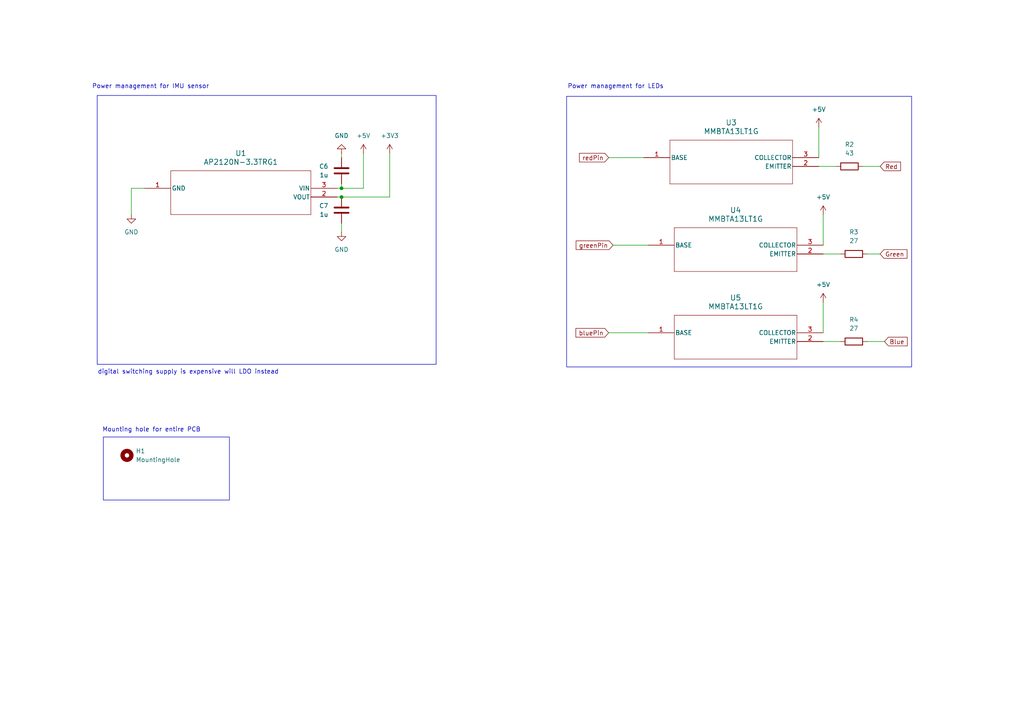
<source format=kicad_sch>
(kicad_sch (version 20231120) (generator "eeschema") (generator_version "8.0")
  (paper "A4")
  (lib_symbols
    (symbol "AP2120N_3_3TRG1:AP2120N-3.3TRG1" (pin_names (offset 0.254))
      (property "Reference" "U" (at 27.94 10.16 0))
      (property "Value" "AP2120N-3.3TRG1" (at 27.94 7.62 0))
      (symbol "AP2120N-3.3TRG1_0_1"
        (polyline (pts (xy 7.62 -7.62) (xy 48.26 -7.62)) (stroke (width 0.127)))
        (polyline (pts (xy 7.62 5.08) (xy 7.62 -7.62)) (stroke (width 0.127)))
        (polyline (pts (xy 48.26 -7.62) (xy 48.26 5.08)) (stroke (width 0.127)))
        (polyline (pts (xy 48.26 5.08) (xy 7.62 5.08)) (stroke (width 0.127)))
        (pin power_in line (at 0 0 0) (length 7.62) (name "GND") (number "1"))
        (pin output line (at 55.88 -2.54 180) (length 7.62) (name "VOUT") (number "2"))
        (pin input line (at 55.88 0 180) (length 7.62) (name "VIN") (number "3"))
      )
    )
    (symbol "Device:C" (pin_numbers hide) (pin_names (offset 0.254))
      (property "Reference" "C" (at 0.635 2.54 0))
      (property "Value" "C" (at 0.635 -2.54 0))
      (symbol "C_0_1"
        (polyline (pts (xy -2.032 -0.762) (xy 2.032 -0.762)) (stroke (width 0.508)))
        (polyline (pts (xy -2.032 0.762) (xy 2.032 0.762)) (stroke (width 0.508)))
      )
      (symbol "C_1_1"
        (pin passive line (at 0 3.81 270) (length 2.794) (name "~") (number "1"))
        (pin passive line (at 0 -3.81 90) (length 2.794) (name "~") (number "2"))
      )
    )
    (symbol "Device:R" (pin_numbers hide) (pin_names (offset 0))
      (property "Reference" "R" (at 2.032 0 90))
      (property "Value" "R" (at 0 0 90))
      (symbol "R_0_1"
        (rectangle (start -1.016 -2.54) (end 1.016 2.54) (stroke (width 0.254)))
      )
      (symbol "R_1_1"
        (pin passive line (at 0 3.81 270) (length 1.27) (name "~") (number "1"))
        (pin passive line (at 0 -3.81 90) (length 1.27) (name "~") (number "2"))
      )
    )
    (symbol "MMBTA13LT1G:MMBTA13LT1G" (pin_names (offset 0.254))
      (property "Reference" "U" (at 25.4 10.16 0))
      (property "Value" "MMBTA13LT1G" (at 25.4 7.62 0))
      (symbol "MMBTA13LT1G_0_1"
        (polyline (pts (xy 7.62 -7.62) (xy 43.18 -7.62)) (stroke (width 0.127)))
        (polyline (pts (xy 7.62 5.08) (xy 7.62 -7.62)) (stroke (width 0.127)))
        (polyline (pts (xy 43.18 -7.62) (xy 43.18 5.08)) (stroke (width 0.127)))
        (polyline (pts (xy 43.18 5.08) (xy 7.62 5.08)) (stroke (width 0.127)))
        (pin unspecified line (at 0 0 0) (length 7.62) (name "BASE") (number "1"))
        (pin unspecified line (at 50.8 -2.54 180) (length 7.62) (name "EMITTER") (number "2"))
        (pin unspecified line (at 50.8 0 180) (length 7.62) (name "COLLECTOR") (number "3"))
      )
    )
    (symbol "Mechanical:MountingHole" (pin_names (offset 1.016)) (exclude_from_sim yes) (in_bom no)
      (property "Reference" "H" (at 0 5.08 0))
      (property "Value" "MountingHole" (at 0 3.175 0))
      (symbol "MountingHole_0_1"
        (circle (center 0 0) (radius 1.27) (stroke (width 1.27)))
      )
    )
    (symbol "power:+3V3" (power) (pin_numbers hide) (pin_names (offset 0) hide)
      (property "Value" "+3V3" (at 0 3.556 0))
      (symbol "+3V3_0_1"
        (polyline (pts (xy -0.762 1.27) (xy 0 2.54)))
        (polyline (pts (xy 0 0) (xy 0 2.54)))
        (polyline (pts (xy 0 2.54) (xy 0.762 1.27)))
      )
      (symbol "+3V3_1_1"
        (pin power_in line (at 0 0 90) (length 0) (name "~") (number "1"))
      )
    )
    (symbol "power:+5V" (power) (pin_numbers hide) (pin_names (offset 0) hide)
      (property "Value" "+5V" (at 0 3.556 0))
      (symbol "+5V_0_1"
        (polyline (pts (xy -0.762 1.27) (xy 0 2.54)))
        (polyline (pts (xy 0 0) (xy 0 2.54)))
        (polyline (pts (xy 0 2.54) (xy 0.762 1.27)))
      )
      (symbol "+5V_1_1"
        (pin power_in line (at 0 0 90) (length 0) (name "~") (number "1"))
      )
    )
    (symbol "power:GND" (power) (pin_numbers hide) (pin_names (offset 0) hide)
      (property "Value" "GND" (at 0 -3.81 0))
      (symbol "GND_0_1"
        (polyline (pts (xy 0 0) (xy 0 -1.27) (xy 1.27 -1.27) (xy 0 -2.54) (xy -1.27 -1.27) (xy 0 -1.27)))
      )
      (symbol "GND_1_1"
        (pin power_in line (at 0 0 270) (length 0) (name "~") (number "1"))
      )
    )
  )
  (junction (at 99.06 54.61))
  (junction (at 99.06 57.15))
  (wire (pts (xy 97.79 57.15) (xy 99.06 57.15)))
  (wire (pts (xy 97.79 54.61) (xy 99.06 54.61)))
  (wire (pts (xy 250.19 48.26) (xy 255.27 48.26)))
  (wire (pts (xy 105.41 44.45) (xy 105.41 54.61)))
  (wire (pts (xy 177.8 71.12) (xy 187.96 71.12)))
  (wire (pts (xy 238.76 99.06) (xy 243.84 99.06)))
  (wire (pts (xy 238.76 62.23) (xy 238.76 71.12)))
  (wire (pts (xy 237.49 36.83) (xy 237.49 45.72)))
  (wire (pts (xy 99.06 64.77) (xy 99.06 67.31)))
  (wire (pts (xy 113.03 57.15) (xy 113.03 44.45)))
  (wire (pts (xy 99.06 44.45) (xy 99.06 45.72)))
  (wire (pts (xy 176.53 96.52) (xy 187.96 96.52)))
  (wire (pts (xy 237.49 48.26) (xy 242.57 48.26)))
  (wire (pts (xy 99.06 54.61) (xy 105.41 54.61)))
  (wire (pts (xy 38.1 54.61) (xy 38.1 62.23)))
  (wire (pts (xy 251.46 99.06) (xy 256.54 99.06)))
  (wire (pts (xy 99.06 57.15) (xy 113.03 57.15)))
  (wire (pts (xy 238.76 73.66) (xy 243.84 73.66)))
  (wire (pts (xy 38.1 54.61) (xy 41.91 54.61)))
  (wire (pts (xy 99.06 53.34) (xy 99.06 54.61)))
  (wire (pts (xy 238.76 87.63) (xy 238.76 96.52)))
  (wire (pts (xy 251.46 73.66) (xy 255.27 73.66)))
  (wire (pts (xy 176.53 45.72) (xy 186.69 45.72)))
  (rectangle (start 28.194 27.686) (end 126.492 105.664))
  (rectangle (start 164.338 27.94) (end 264.414 106.426))
  (rectangle (start 29.972 126.746) (end 66.548 145.034))
  (text "digital switching supply is expensive will LDO instead\n" (at 54.61 107.95 0) (effects (font (size 1.27 1.27))))
  (text "Power management for LEDs" (at 178.562 25.146 0) (effects (font (size 1.27 1.27))))
  (text "Power management for IMU sensor" (at 43.688 25.146 0) (effects (font (size 1.27 1.27))))
  (text "Mounting hole for entire PCB" (at 43.942 124.714 0) (effects (font (size 1.27 1.27))))
  (global_label "Red" (shape input) (at 255.27 48.26 0) (property "Intersheetrefs" "${INTERSHEET_REFS}" (effects (hide yes))))
  (global_label "redPin" (shape input) (at 176.53 45.72 180) (property "Intersheetrefs" "${INTERSHEET_REFS}" (effects (hide yes))))
  (global_label "Blue" (shape input) (at 256.54 99.06 0) (property "Intersheetrefs" "${INTERSHEET_REFS}" (effects (hide yes))))
  (global_label "bluePin" (shape input) (at 176.53 96.52 180) (property "Intersheetrefs" "${INTERSHEET_REFS}" (effects (hide yes))))
  (global_label "Green" (shape input) (at 255.27 73.66 0) (property "Intersheetrefs" "${INTERSHEET_REFS}" (effects (hide yes))))
  (global_label "greenPin" (shape input) (at 177.8 71.12 180) (property "Intersheetrefs" "${INTERSHEET_REFS}" (effects (hide yes))))
  (symbol (lib_id "power:GND") (at 99.06 67.31 0) (unit 1)
    (property "Reference" "#PWR019" (effects (hide yes)))
    (property "Value" "GND" (at 99.06 72.39 0))
    (property "Description" "Power symbol creates a global label with name \"GND\" , ground" (effects (hide yes)))
  )
  (symbol (lib_id "power:GND") (at 99.06 44.45 180) (unit 1)
    (property "Reference" "#PWR018" (effects (hide yes)))
    (property "Value" "GND" (at 99.06 39.37 0))
    (property "Description" "Power symbol creates a global label with name \"GND\" , ground" (effects (hide yes)))
  )
  (symbol (lib_id "Device:C") (at 99.06 60.96 0) (mirror y) (unit 1)
    (property "Reference" "C7" (at 95.25 59.6899 0) (effects (justify left)))
    (property "Value" "1u" (at 95.25 62.2299 0) (effects (justify left)))
    (property "Footprint" "Capacitor_SMD:C_0402_1005Metric" (effects (hide yes)))
    (property "Description" "Unpolarized capacitor" (effects (hide yes)))
  )
  (symbol (lib_id "MMBTA13LT1G:MMBTA13LT1G") (at 186.69 45.72 0) (unit 1)
    (property "Reference" "U3" (at 212.09 35.56 0) (effects (font (size 1.524 1.524))))
    (property "Value" "MMBTA13LT1G" (at 212.09 38.1 0) (effects (font (size 1.524 1.524))))
    (property "Footprint" "MMBTA13LT1G:SOT-23_ONS" (effects (hide yes)))
    (property "Datasheet" "MMBTA13LT1G" (effects (hide yes)))
  )
  (symbol (lib_id "AP2120N_3_3TRG1:AP2120N-3.3TRG1") (at 41.91 54.61 0) (unit 1)
    (property "Reference" "U1" (at 69.85 44.45 0) (effects (font (size 1.524 1.524))))
    (property "Value" "AP2120N-3.3TRG1" (at 69.85 46.99 0) (effects (font (size 1.524 1.524))))
    (property "Footprint" "AP2120N_3_3TRG1:SOT-23_DIO" (effects (hide yes)))
    (property "Datasheet" "AP2120N-3.3TRG1" (effects (hide yes)))
  )
  (symbol (lib_id "Device:R") (at 247.65 99.06 90) (unit 1)
    (property "Reference" "R4" (at 247.65 92.71 90))
    (property "Value" "27" (at 247.65 95.25 90))
    (property "Footprint" "Resistor_SMD:R_0402_1005Metric" (effects (hide yes)))
    (property "Description" "Resistor" (effects (hide yes)))
  )
  (symbol (lib_id "power:GND") (at 38.1 62.23 0) (unit 1)
    (property "Reference" "#PWR016" (effects (hide yes)))
    (property "Value" "GND" (at 38.1 67.31 0))
    (property "Description" "Power symbol creates a global label with name \"GND\" , ground" (effects (hide yes)))
  )
  (symbol (lib_id "Device:R") (at 246.38 48.26 90) (unit 1)
    (property "Reference" "R2" (at 246.38 41.91 90))
    (property "Value" "43" (at 246.38 44.45 90))
    (property "Footprint" "Resistor_SMD:R_0402_1005Metric" (effects (hide yes)))
    (property "Description" "Resistor" (effects (hide yes)))
  )
  (symbol (lib_id "MMBTA13LT1G:MMBTA13LT1G") (at 187.96 96.52 0) (unit 1)
    (property "Reference" "U5" (at 213.36 86.36 0) (effects (font (size 1.524 1.524))))
    (property "Value" "MMBTA13LT1G" (at 213.36 88.9 0) (effects (font (size 1.524 1.524))))
    (property "Footprint" "MMBTA13LT1G:SOT-23_ONS" (effects (hide yes)))
    (property "Datasheet" "MMBTA13LT1G" (effects (hide yes)))
  )
  (symbol (lib_id "power:+5V") (at 238.76 87.63 0) (unit 1)
    (property "Reference" "#PWR012" (effects (hide yes)))
    (property "Value" "+5V" (at 238.76 82.55 0))
    (property "Description" "Power symbol creates a global label with name \"+5V\"" (effects (hide yes)))
  )
  (symbol (lib_id "Device:C") (at 99.06 49.53 0) (mirror y) (unit 1)
    (property "Reference" "C6" (at 95.25 48.2599 0) (effects (justify left)))
    (property "Value" "1u" (at 95.25 50.7999 0) (effects (justify left)))
    (property "Footprint" "Capacitor_SMD:C_0402_1005Metric" (effects (hide yes)))
    (property "Description" "Unpolarized capacitor" (effects (hide yes)))
  )
  (symbol (lib_id "Device:R") (at 247.65 73.66 90) (unit 1)
    (property "Reference" "R3" (at 247.65 67.31 90))
    (property "Value" "27" (at 247.65 69.85 90))
    (property "Footprint" "Resistor_SMD:R_0402_1005Metric" (effects (hide yes)))
    (property "Description" "Resistor" (effects (hide yes)))
  )
  (symbol (lib_id "MMBTA13LT1G:MMBTA13LT1G") (at 187.96 71.12 0) (unit 1)
    (property "Reference" "U4" (at 213.36 60.96 0) (effects (font (size 1.524 1.524))))
    (property "Value" "MMBTA13LT1G" (at 213.36 63.5 0) (effects (font (size 1.524 1.524))))
    (property "Footprint" "MMBTA13LT1G:SOT-23_ONS" (effects (hide yes)))
    (property "Datasheet" "MMBTA13LT1G" (effects (hide yes)))
  )
  (symbol (lib_id "power:+5V") (at 237.49 36.83 0) (unit 1)
    (property "Reference" "#PWR010" (effects (hide yes)))
    (property "Value" "+5V" (at 237.49 31.75 0))
    (property "Description" "Power symbol creates a global label with name \"+5V\"" (effects (hide yes)))
  )
  (symbol (lib_id "Mechanical:MountingHole") (at 36.83 132.08 0) (unit 1) (exclude_from_sim yes) (in_bom no)
    (property "Reference" "H1" (at 39.37 130.8099 0) (effects (justify left)))
    (property "Value" "MountingHole" (at 39.37 133.3499 0) (effects (justify left)))
    (property "Footprint" "MountingHole:MountingHole_2.2mm_M2" (effects (hide yes)))
    (property "Description" "Mounting Hole without connection" (effects (hide yes)))
  )
  (symbol (lib_id "power:+5V") (at 105.41 44.45 0) (unit 1)
    (property "Reference" "#PWR015" (effects (hide yes)))
    (property "Value" "+5V" (at 105.41 39.37 0))
    (property "Description" "Power symbol creates a global label with name \"+5V\"" (effects (hide yes)))
  )
  (symbol (lib_id "power:+5V") (at 238.76 62.23 0) (unit 1)
    (property "Reference" "#PWR011" (effects (hide yes)))
    (property "Value" "+5V" (at 238.76 57.15 0))
    (property "Description" "Power symbol creates a global label with name \"+5V\"" (effects (hide yes)))
  )
  (symbol (lib_id "power:+3V3") (at 113.03 44.45 0) (unit 1)
    (property "Reference" "#PWR017" (effects (hide yes)))
    (property "Value" "+3V3" (at 113.03 39.37 0))
    (property "Description" "Power symbol creates a global label with name \"+3V3\"" (effects (hide yes)))
  )
)
</source>
